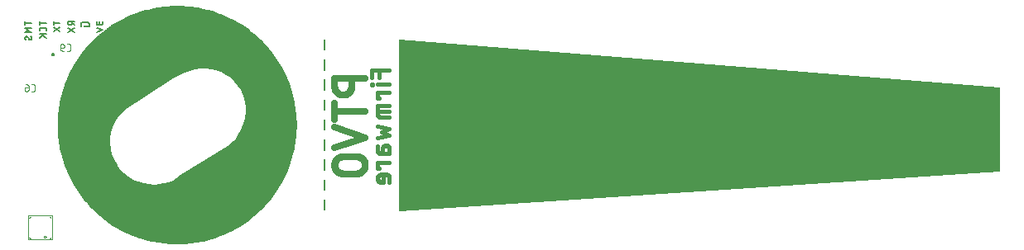
<source format=gbr>
G04 EAGLE Gerber RS-274X export*
G75*
%MOMM*%
%FSLAX34Y34*%
%LPD*%
%INSilkscreen Bottom*%
%IPPOS*%
%AMOC8*
5,1,8,0,0,1.08239X$1,22.5*%
G01*
%ADD10C,0.152400*%
%ADD11C,0.177800*%
%ADD12C,0.685800*%
%ADD13C,0.200000*%
%ADD14C,0.381000*%
%ADD15C,0.127000*%
%ADD16C,0.076200*%
%ADD17C,0.050000*%
%ADD18C,0.020000*%

G36*
X397044Y42387D02*
X397044Y42387D01*
X397050Y42386D01*
X1010050Y82976D01*
X1010165Y83002D01*
X1010280Y83027D01*
X1010285Y83030D01*
X1010290Y83031D01*
X1010390Y83093D01*
X1010491Y83153D01*
X1010495Y83158D01*
X1010499Y83160D01*
X1010574Y83251D01*
X1010651Y83340D01*
X1010653Y83345D01*
X1010656Y83350D01*
X1010699Y83459D01*
X1010743Y83568D01*
X1010744Y83575D01*
X1010745Y83579D01*
X1010746Y83596D01*
X1010761Y83735D01*
X1010761Y169160D01*
X1010743Y169270D01*
X1010728Y169382D01*
X1010723Y169392D01*
X1010722Y169402D01*
X1010669Y169501D01*
X1010619Y169603D01*
X1010611Y169610D01*
X1010606Y169620D01*
X1010525Y169697D01*
X1010445Y169777D01*
X1010436Y169782D01*
X1010428Y169789D01*
X1010326Y169836D01*
X1010225Y169887D01*
X1010213Y169889D01*
X1010205Y169893D01*
X1010180Y169896D01*
X1010061Y169918D01*
X397061Y218834D01*
X397010Y218829D01*
X396961Y218835D01*
X396889Y218819D01*
X396815Y218813D01*
X396769Y218793D01*
X396720Y218783D01*
X396657Y218745D01*
X396590Y218716D01*
X396552Y218682D01*
X396509Y218656D01*
X396461Y218601D01*
X396407Y218551D01*
X396382Y218508D01*
X396349Y218470D01*
X396322Y218401D01*
X396286Y218337D01*
X396276Y218288D01*
X396257Y218241D01*
X396244Y218121D01*
X396239Y218096D01*
X396240Y218087D01*
X396239Y218075D01*
X396239Y43146D01*
X396246Y43102D01*
X396244Y43056D01*
X396266Y42981D01*
X396279Y42903D01*
X396300Y42863D01*
X396312Y42820D01*
X396357Y42755D01*
X396394Y42686D01*
X396426Y42655D01*
X396452Y42618D01*
X396515Y42571D01*
X396572Y42517D01*
X396613Y42497D01*
X396649Y42471D01*
X396724Y42446D01*
X396795Y42413D01*
X396840Y42408D01*
X396883Y42394D01*
X397023Y42388D01*
X397039Y42386D01*
X397044Y42387D01*
G37*
G36*
X169994Y9243D02*
X169994Y9243D01*
X170043Y9240D01*
X182357Y9932D01*
X182383Y9938D01*
X182432Y9940D01*
X194617Y11852D01*
X194643Y11860D01*
X194691Y11867D01*
X206626Y14980D01*
X206650Y14991D01*
X206698Y15003D01*
X218264Y19286D01*
X218288Y19299D01*
X218334Y19316D01*
X229114Y24585D01*
X229136Y24600D01*
X229181Y24622D01*
X239378Y30944D01*
X239399Y30961D01*
X239441Y30987D01*
X248954Y38300D01*
X248972Y38319D01*
X248976Y38321D01*
X248979Y38324D01*
X249012Y38349D01*
X257744Y46578D01*
X257760Y46600D01*
X257797Y46633D01*
X265660Y55696D01*
X265674Y55719D01*
X265707Y55756D01*
X272622Y65561D01*
X272633Y65584D01*
X272661Y65622D01*
X277640Y74331D01*
X277648Y74354D01*
X277671Y74391D01*
X281851Y83510D01*
X281858Y83534D01*
X281877Y83573D01*
X285226Y93029D01*
X285231Y93053D01*
X285246Y93094D01*
X287737Y102811D01*
X287740Y102836D01*
X287752Y102879D01*
X289973Y116625D01*
X289973Y116650D01*
X289981Y116694D01*
X290928Y130587D01*
X290925Y130612D01*
X290929Y130657D01*
X290595Y144577D01*
X290590Y144603D01*
X290589Y144651D01*
X289381Y154515D01*
X289373Y154541D01*
X289367Y154592D01*
X287146Y164278D01*
X287135Y164303D01*
X287124Y164354D01*
X283913Y173757D01*
X283900Y173781D01*
X283884Y173830D01*
X279718Y182852D01*
X279702Y182875D01*
X279681Y182922D01*
X274604Y191464D01*
X274595Y191476D01*
X274583Y191497D01*
X272633Y194422D01*
X272553Y194508D01*
X272474Y194595D01*
X272469Y194598D01*
X272466Y194602D01*
X272363Y194658D01*
X272322Y194681D01*
X272343Y194705D01*
X272364Y194750D01*
X272393Y194791D01*
X272423Y194878D01*
X272461Y194961D01*
X272468Y195011D01*
X272484Y195058D01*
X272489Y195149D01*
X272502Y195240D01*
X272495Y195290D01*
X272498Y195340D01*
X272476Y195429D01*
X272464Y195520D01*
X272444Y195562D01*
X272432Y195614D01*
X272372Y195719D01*
X272334Y195799D01*
X270823Y198068D01*
X270806Y198087D01*
X270795Y198108D01*
X263783Y207601D01*
X263747Y207638D01*
X263722Y207676D01*
X255830Y216452D01*
X255791Y216485D01*
X255763Y216520D01*
X247064Y224497D01*
X247021Y224526D01*
X246990Y224558D01*
X237564Y231661D01*
X237519Y231686D01*
X237485Y231715D01*
X227420Y237880D01*
X227373Y237900D01*
X227336Y237926D01*
X216725Y243094D01*
X216676Y243110D01*
X216637Y243132D01*
X205578Y247256D01*
X205526Y247268D01*
X205484Y247286D01*
X193530Y250436D01*
X193475Y250442D01*
X193429Y250457D01*
X181216Y252366D01*
X181161Y252367D01*
X181114Y252377D01*
X168769Y253027D01*
X168715Y253022D01*
X168667Y253027D01*
X156320Y252411D01*
X156267Y252401D01*
X156219Y252401D01*
X144000Y250525D01*
X143947Y250509D01*
X143900Y250504D01*
X131937Y247388D01*
X131886Y247367D01*
X131840Y247357D01*
X120258Y243033D01*
X120210Y243007D01*
X120165Y242992D01*
X109087Y237506D01*
X109041Y237475D01*
X108997Y237456D01*
X98539Y230866D01*
X98497Y230830D01*
X98455Y230807D01*
X88726Y223181D01*
X88688Y223141D01*
X88649Y223114D01*
X79750Y214532D01*
X79717Y214489D01*
X79681Y214458D01*
X71986Y205358D01*
X71957Y205312D01*
X71925Y205278D01*
X65183Y195450D01*
X65159Y195402D01*
X65130Y195365D01*
X59410Y184909D01*
X59391Y184859D01*
X59366Y184819D01*
X54725Y173841D01*
X54711Y173789D01*
X54691Y173747D01*
X51177Y162359D01*
X51168Y162305D01*
X51152Y162261D01*
X48800Y150578D01*
X48797Y150524D01*
X48785Y150478D01*
X47620Y138617D01*
X47622Y138563D01*
X47615Y138517D01*
X47647Y126599D01*
X47655Y126545D01*
X47652Y126498D01*
X48882Y114644D01*
X48895Y114592D01*
X48897Y114545D01*
X51312Y102874D01*
X51330Y102825D01*
X51337Y102779D01*
X55158Y90510D01*
X55180Y90464D01*
X55190Y90421D01*
X60160Y78570D01*
X60186Y78527D01*
X60201Y78485D01*
X66264Y67178D01*
X66258Y67130D01*
X66241Y67057D01*
X66245Y67008D01*
X66240Y66959D01*
X66256Y66886D01*
X66262Y66812D01*
X66282Y66767D01*
X66293Y66719D01*
X66351Y66609D01*
X66361Y66587D01*
X66366Y66581D01*
X66372Y66570D01*
X72671Y57353D01*
X72686Y57337D01*
X72707Y57304D01*
X79722Y48619D01*
X79739Y48604D01*
X79762Y48573D01*
X87448Y40476D01*
X87467Y40461D01*
X87497Y40429D01*
X95140Y33695D01*
X95162Y33681D01*
X95198Y33649D01*
X103467Y27700D01*
X103491Y27688D01*
X103530Y27659D01*
X112344Y22554D01*
X112369Y22545D01*
X112411Y22520D01*
X121685Y18307D01*
X121710Y18300D01*
X121754Y18280D01*
X133374Y14310D01*
X133400Y14306D01*
X133444Y14290D01*
X145391Y11452D01*
X145417Y11450D01*
X145463Y11438D01*
X157627Y9756D01*
X157653Y9757D01*
X157699Y9749D01*
X169968Y9239D01*
X169994Y9243D01*
G37*
%LPC*%
G36*
X140487Y70447D02*
X140487Y70447D01*
X134932Y71442D01*
X129524Y73057D01*
X124332Y75270D01*
X119422Y78053D01*
X114862Y81369D01*
X112052Y84014D01*
X109644Y87024D01*
X108356Y89202D01*
X108366Y89223D01*
X108387Y89251D01*
X108425Y89351D01*
X108470Y89449D01*
X108475Y89482D01*
X108487Y89514D01*
X108495Y89621D01*
X108511Y89728D01*
X108506Y89761D01*
X108509Y89795D01*
X108487Y89901D01*
X108472Y90007D01*
X108459Y90036D01*
X108452Y90072D01*
X108381Y90204D01*
X108343Y90287D01*
X107542Y91488D01*
X104757Y96342D01*
X102659Y101493D01*
X101269Y106879D01*
X100611Y112402D01*
X100699Y117963D01*
X101529Y123463D01*
X103087Y128803D01*
X105346Y133886D01*
X108264Y138621D01*
X111789Y142924D01*
X115844Y146704D01*
X165028Y178897D01*
X176869Y184817D01*
X182001Y186985D01*
X187338Y188470D01*
X192820Y189261D01*
X198359Y189345D01*
X203863Y188720D01*
X209242Y187398D01*
X214408Y185398D01*
X219276Y182755D01*
X223767Y179512D01*
X227806Y175721D01*
X231360Y171406D01*
X231339Y171360D01*
X231299Y171296D01*
X231287Y171249D01*
X231267Y171204D01*
X231259Y171130D01*
X231241Y171057D01*
X231245Y171009D01*
X231240Y170960D01*
X231256Y170887D01*
X231262Y170812D01*
X231282Y170767D01*
X231292Y170720D01*
X231351Y170609D01*
X231361Y170587D01*
X231366Y170581D01*
X231371Y170571D01*
X233952Y166782D01*
X236040Y162753D01*
X237632Y158502D01*
X238705Y154092D01*
X239243Y149585D01*
X239239Y145047D01*
X238437Y138564D01*
X236837Y132232D01*
X234464Y126147D01*
X231352Y120402D01*
X229140Y117273D01*
X226587Y114413D01*
X223727Y111860D01*
X220578Y109634D01*
X172597Y79646D01*
X172579Y79631D01*
X172545Y79610D01*
X168683Y76733D01*
X164549Y74353D01*
X160163Y72475D01*
X155587Y71127D01*
X150884Y70325D01*
X146117Y70083D01*
X140487Y70447D01*
G37*
%LPD*%
D10*
X35263Y235967D02*
X28659Y235967D01*
X28659Y234133D02*
X28659Y237802D01*
X35263Y229542D02*
X35263Y228075D01*
X35264Y229542D02*
X35262Y229616D01*
X35256Y229691D01*
X35247Y229764D01*
X35234Y229838D01*
X35217Y229910D01*
X35197Y229981D01*
X35173Y230052D01*
X35145Y230121D01*
X35114Y230188D01*
X35080Y230254D01*
X35042Y230319D01*
X35001Y230381D01*
X34957Y230441D01*
X34910Y230498D01*
X34860Y230553D01*
X34807Y230606D01*
X34752Y230656D01*
X34695Y230703D01*
X34635Y230747D01*
X34573Y230788D01*
X34508Y230826D01*
X34442Y230860D01*
X34375Y230891D01*
X34306Y230919D01*
X34235Y230943D01*
X34164Y230963D01*
X34092Y230980D01*
X34018Y230993D01*
X33945Y231002D01*
X33870Y231008D01*
X33796Y231010D01*
X30127Y231010D01*
X30053Y231008D01*
X29978Y231002D01*
X29905Y230993D01*
X29832Y230980D01*
X29759Y230963D01*
X29688Y230943D01*
X29617Y230919D01*
X29548Y230891D01*
X29481Y230860D01*
X29415Y230826D01*
X29350Y230788D01*
X29288Y230747D01*
X29228Y230703D01*
X29171Y230656D01*
X29116Y230606D01*
X29063Y230553D01*
X29013Y230498D01*
X28966Y230441D01*
X28922Y230381D01*
X28881Y230319D01*
X28843Y230254D01*
X28809Y230189D01*
X28778Y230121D01*
X28750Y230052D01*
X28726Y229982D01*
X28706Y229910D01*
X28689Y229838D01*
X28676Y229764D01*
X28667Y229691D01*
X28661Y229616D01*
X28659Y229542D01*
X28659Y228075D01*
X28659Y224453D02*
X35263Y224453D01*
X32695Y224453D02*
X28659Y220784D01*
X31227Y222986D02*
X35263Y220784D01*
X20263Y235967D02*
X13659Y235967D01*
X13659Y234133D02*
X13659Y237802D01*
X13659Y230609D02*
X20263Y230609D01*
X17328Y228408D02*
X13659Y230609D01*
X17328Y228408D02*
X13659Y226207D01*
X20263Y226207D01*
X20264Y220238D02*
X20262Y220164D01*
X20256Y220090D01*
X20247Y220016D01*
X20234Y219943D01*
X20217Y219870D01*
X20197Y219799D01*
X20173Y219728D01*
X20145Y219659D01*
X20114Y219592D01*
X20080Y219526D01*
X20042Y219461D01*
X20001Y219399D01*
X19957Y219339D01*
X19910Y219282D01*
X19860Y219227D01*
X19807Y219174D01*
X19752Y219124D01*
X19695Y219077D01*
X19635Y219033D01*
X19573Y218992D01*
X19508Y218954D01*
X19443Y218920D01*
X19375Y218889D01*
X19306Y218861D01*
X19235Y218837D01*
X19164Y218817D01*
X19092Y218800D01*
X19018Y218787D01*
X18945Y218778D01*
X18870Y218772D01*
X18796Y218770D01*
X20263Y220238D02*
X20261Y220349D01*
X20255Y220460D01*
X20245Y220571D01*
X20231Y220682D01*
X20213Y220791D01*
X20191Y220900D01*
X20166Y221009D01*
X20136Y221116D01*
X20103Y221222D01*
X20065Y221327D01*
X20025Y221430D01*
X19980Y221532D01*
X19932Y221632D01*
X19880Y221731D01*
X19825Y221827D01*
X19766Y221922D01*
X19704Y222014D01*
X19638Y222104D01*
X19570Y222192D01*
X19498Y222277D01*
X19423Y222359D01*
X19346Y222439D01*
X15127Y222257D02*
X15053Y222255D01*
X14978Y222249D01*
X14905Y222240D01*
X14831Y222227D01*
X14759Y222210D01*
X14688Y222190D01*
X14617Y222166D01*
X14548Y222138D01*
X14481Y222107D01*
X14415Y222073D01*
X14350Y222035D01*
X14288Y221994D01*
X14228Y221950D01*
X14171Y221903D01*
X14116Y221853D01*
X14063Y221800D01*
X14013Y221745D01*
X13966Y221688D01*
X13922Y221628D01*
X13881Y221566D01*
X13843Y221501D01*
X13809Y221435D01*
X13778Y221368D01*
X13750Y221299D01*
X13726Y221228D01*
X13706Y221157D01*
X13689Y221085D01*
X13676Y221011D01*
X13667Y220938D01*
X13661Y220863D01*
X13659Y220789D01*
X13661Y220685D01*
X13667Y220581D01*
X13677Y220477D01*
X13690Y220374D01*
X13708Y220271D01*
X13730Y220169D01*
X13755Y220068D01*
X13784Y219968D01*
X13817Y219869D01*
X13854Y219772D01*
X13894Y219676D01*
X13938Y219581D01*
X13986Y219489D01*
X14036Y219398D01*
X14091Y219309D01*
X14149Y219222D01*
X14209Y219138D01*
X16412Y221523D02*
X16373Y221586D01*
X16331Y221646D01*
X16286Y221705D01*
X16238Y221761D01*
X16187Y221814D01*
X16134Y221865D01*
X16079Y221914D01*
X16021Y221959D01*
X15961Y222002D01*
X15899Y222042D01*
X15835Y222078D01*
X15769Y222112D01*
X15701Y222142D01*
X15633Y222169D01*
X15563Y222192D01*
X15492Y222212D01*
X15420Y222228D01*
X15347Y222241D01*
X15274Y222250D01*
X15201Y222255D01*
X15127Y222257D01*
X17511Y219504D02*
X17550Y219441D01*
X17592Y219381D01*
X17637Y219323D01*
X17685Y219266D01*
X17736Y219213D01*
X17789Y219162D01*
X17844Y219113D01*
X17902Y219068D01*
X17962Y219025D01*
X18024Y218985D01*
X18088Y218949D01*
X18154Y218915D01*
X18222Y218885D01*
X18290Y218858D01*
X18360Y218835D01*
X18431Y218815D01*
X18503Y218799D01*
X18576Y218786D01*
X18649Y218777D01*
X18722Y218772D01*
X18796Y218770D01*
X17511Y219505D02*
X16411Y221522D01*
X42659Y235967D02*
X49263Y235967D01*
X42659Y234133D02*
X42659Y237802D01*
X49263Y231341D02*
X42659Y226938D01*
X42659Y231341D02*
X49263Y226938D01*
X57659Y237802D02*
X64263Y237802D01*
X57659Y237802D02*
X57659Y235967D01*
X57660Y235967D02*
X57662Y235882D01*
X57668Y235798D01*
X57678Y235714D01*
X57691Y235630D01*
X57709Y235547D01*
X57730Y235465D01*
X57755Y235384D01*
X57784Y235304D01*
X57816Y235226D01*
X57852Y235150D01*
X57892Y235075D01*
X57935Y235002D01*
X57981Y234931D01*
X58030Y234862D01*
X58083Y234795D01*
X58139Y234731D01*
X58197Y234670D01*
X58258Y234612D01*
X58322Y234556D01*
X58389Y234503D01*
X58458Y234454D01*
X58529Y234408D01*
X58602Y234365D01*
X58677Y234325D01*
X58753Y234289D01*
X58831Y234257D01*
X58911Y234228D01*
X58992Y234203D01*
X59074Y234182D01*
X59157Y234164D01*
X59241Y234151D01*
X59325Y234141D01*
X59409Y234135D01*
X59494Y234133D01*
X59579Y234135D01*
X59663Y234141D01*
X59747Y234151D01*
X59831Y234164D01*
X59914Y234182D01*
X59996Y234203D01*
X60077Y234228D01*
X60157Y234257D01*
X60235Y234289D01*
X60311Y234325D01*
X60386Y234365D01*
X60459Y234408D01*
X60530Y234454D01*
X60599Y234503D01*
X60666Y234556D01*
X60730Y234612D01*
X60791Y234670D01*
X60849Y234731D01*
X60905Y234795D01*
X60958Y234862D01*
X61007Y234931D01*
X61053Y235002D01*
X61096Y235075D01*
X61136Y235150D01*
X61172Y235226D01*
X61204Y235304D01*
X61233Y235384D01*
X61258Y235465D01*
X61279Y235547D01*
X61297Y235630D01*
X61310Y235714D01*
X61320Y235798D01*
X61326Y235882D01*
X61328Y235967D01*
X61328Y237802D01*
X61328Y235600D02*
X64263Y234133D01*
X64263Y230932D02*
X57659Y226529D01*
X57659Y230932D02*
X64263Y226529D01*
X93263Y235967D02*
X93263Y237802D01*
X93263Y235967D02*
X93261Y235882D01*
X93255Y235798D01*
X93245Y235714D01*
X93232Y235630D01*
X93214Y235547D01*
X93193Y235465D01*
X93168Y235384D01*
X93139Y235304D01*
X93107Y235226D01*
X93071Y235150D01*
X93031Y235075D01*
X92988Y235002D01*
X92942Y234931D01*
X92893Y234862D01*
X92840Y234795D01*
X92784Y234731D01*
X92726Y234670D01*
X92665Y234612D01*
X92601Y234556D01*
X92534Y234503D01*
X92465Y234454D01*
X92394Y234408D01*
X92321Y234365D01*
X92246Y234325D01*
X92170Y234289D01*
X92092Y234257D01*
X92012Y234228D01*
X91931Y234203D01*
X91849Y234182D01*
X91766Y234164D01*
X91682Y234151D01*
X91598Y234141D01*
X91514Y234135D01*
X91429Y234133D01*
X91344Y234135D01*
X91260Y234141D01*
X91176Y234151D01*
X91092Y234164D01*
X91009Y234182D01*
X90927Y234203D01*
X90846Y234228D01*
X90766Y234257D01*
X90688Y234289D01*
X90612Y234325D01*
X90537Y234365D01*
X90464Y234408D01*
X90393Y234454D01*
X90324Y234503D01*
X90257Y234556D01*
X90193Y234612D01*
X90132Y234670D01*
X90074Y234731D01*
X90018Y234795D01*
X89965Y234862D01*
X89916Y234931D01*
X89870Y235002D01*
X89827Y235075D01*
X89787Y235150D01*
X89751Y235226D01*
X89719Y235304D01*
X89690Y235384D01*
X89665Y235465D01*
X89644Y235547D01*
X89626Y235630D01*
X89613Y235714D01*
X89603Y235798D01*
X89597Y235882D01*
X89595Y235967D01*
X86659Y235600D02*
X86659Y237802D01*
X86659Y235600D02*
X86661Y235524D01*
X86667Y235449D01*
X86676Y235374D01*
X86690Y235300D01*
X86707Y235226D01*
X86729Y235154D01*
X86753Y235082D01*
X86782Y235012D01*
X86814Y234944D01*
X86849Y234877D01*
X86888Y234812D01*
X86931Y234749D01*
X86976Y234689D01*
X87024Y234631D01*
X87076Y234575D01*
X87130Y234523D01*
X87187Y234473D01*
X87246Y234426D01*
X87307Y234382D01*
X87371Y234341D01*
X87437Y234304D01*
X87505Y234270D01*
X87574Y234240D01*
X87645Y234213D01*
X87717Y234190D01*
X87790Y234171D01*
X87864Y234156D01*
X87939Y234144D01*
X88014Y234136D01*
X88089Y234132D01*
X88165Y234132D01*
X88240Y234136D01*
X88315Y234144D01*
X88390Y234156D01*
X88464Y234171D01*
X88537Y234190D01*
X88609Y234213D01*
X88680Y234240D01*
X88749Y234270D01*
X88817Y234304D01*
X88883Y234341D01*
X88947Y234382D01*
X89008Y234426D01*
X89067Y234473D01*
X89124Y234523D01*
X89178Y234575D01*
X89230Y234631D01*
X89278Y234689D01*
X89323Y234749D01*
X89366Y234812D01*
X89405Y234877D01*
X89440Y234944D01*
X89472Y235012D01*
X89501Y235082D01*
X89525Y235154D01*
X89547Y235226D01*
X89564Y235300D01*
X89578Y235374D01*
X89587Y235449D01*
X89593Y235524D01*
X89595Y235600D01*
X89594Y235600D02*
X89594Y237068D01*
X86659Y230853D02*
X93263Y228652D01*
X86659Y226451D01*
D11*
X74479Y232018D02*
X74479Y233415D01*
X74479Y232018D02*
X79136Y232018D01*
X79136Y234812D01*
X79134Y234896D01*
X79129Y234979D01*
X79119Y235062D01*
X79106Y235145D01*
X79089Y235227D01*
X79069Y235308D01*
X79045Y235388D01*
X79017Y235467D01*
X78986Y235544D01*
X78952Y235620D01*
X78914Y235695D01*
X78872Y235768D01*
X78828Y235838D01*
X78780Y235907D01*
X78730Y235974D01*
X78676Y236038D01*
X78620Y236099D01*
X78560Y236159D01*
X78499Y236215D01*
X78435Y236269D01*
X78368Y236319D01*
X78299Y236367D01*
X78229Y236411D01*
X78156Y236453D01*
X78081Y236491D01*
X78005Y236525D01*
X77928Y236556D01*
X77849Y236584D01*
X77769Y236608D01*
X77688Y236628D01*
X77606Y236645D01*
X77523Y236658D01*
X77440Y236668D01*
X77357Y236673D01*
X77273Y236675D01*
X72617Y236675D01*
X72531Y236673D01*
X72445Y236667D01*
X72360Y236657D01*
X72275Y236643D01*
X72190Y236626D01*
X72107Y236604D01*
X72025Y236578D01*
X71944Y236549D01*
X71865Y236516D01*
X71787Y236480D01*
X71710Y236440D01*
X71636Y236396D01*
X71564Y236349D01*
X71494Y236299D01*
X71427Y236245D01*
X71362Y236189D01*
X71300Y236129D01*
X71240Y236067D01*
X71184Y236002D01*
X71130Y235935D01*
X71080Y235865D01*
X71033Y235793D01*
X70989Y235719D01*
X70949Y235642D01*
X70913Y235565D01*
X70880Y235485D01*
X70851Y235404D01*
X70825Y235322D01*
X70803Y235239D01*
X70786Y235154D01*
X70772Y235069D01*
X70762Y234984D01*
X70756Y234898D01*
X70754Y234812D01*
X70754Y232018D01*
D12*
X330354Y179135D02*
X361596Y179135D01*
X330354Y179135D02*
X330354Y170456D01*
X330357Y170245D01*
X330364Y170033D01*
X330377Y169823D01*
X330395Y169612D01*
X330418Y169402D01*
X330446Y169192D01*
X330480Y168984D01*
X330518Y168776D01*
X330562Y168569D01*
X330610Y168363D01*
X330664Y168159D01*
X330722Y167956D01*
X330785Y167754D01*
X330854Y167554D01*
X330927Y167356D01*
X331005Y167159D01*
X331087Y166965D01*
X331175Y166773D01*
X331267Y166582D01*
X331363Y166394D01*
X331464Y166209D01*
X331570Y166026D01*
X331680Y165845D01*
X331795Y165668D01*
X331913Y165493D01*
X332036Y165321D01*
X332163Y165152D01*
X332295Y164987D01*
X332430Y164824D01*
X332569Y164665D01*
X332712Y164509D01*
X332858Y164357D01*
X333009Y164209D01*
X333163Y164064D01*
X333320Y163923D01*
X333481Y163786D01*
X333645Y163652D01*
X333812Y163523D01*
X333983Y163398D01*
X334156Y163277D01*
X334332Y163161D01*
X334511Y163049D01*
X334693Y162941D01*
X334877Y162837D01*
X335064Y162738D01*
X335253Y162644D01*
X335445Y162554D01*
X335638Y162469D01*
X335833Y162389D01*
X336031Y162313D01*
X336230Y162243D01*
X336431Y162177D01*
X336633Y162116D01*
X336837Y162060D01*
X337042Y162009D01*
X337248Y161963D01*
X337456Y161922D01*
X337664Y161886D01*
X337873Y161856D01*
X338083Y161830D01*
X338293Y161810D01*
X338504Y161794D01*
X338715Y161784D01*
X338926Y161779D01*
X339138Y161779D01*
X339349Y161784D01*
X339560Y161794D01*
X339771Y161810D01*
X339981Y161830D01*
X340191Y161856D01*
X340400Y161886D01*
X340608Y161922D01*
X340816Y161963D01*
X341022Y162009D01*
X341227Y162060D01*
X341431Y162116D01*
X341633Y162177D01*
X341834Y162243D01*
X342033Y162313D01*
X342231Y162389D01*
X342426Y162469D01*
X342619Y162554D01*
X342811Y162644D01*
X343000Y162738D01*
X343187Y162837D01*
X343371Y162941D01*
X343553Y163049D01*
X343732Y163161D01*
X343908Y163277D01*
X344081Y163398D01*
X344252Y163523D01*
X344419Y163652D01*
X344583Y163786D01*
X344744Y163923D01*
X344901Y164064D01*
X345055Y164209D01*
X345206Y164357D01*
X345352Y164509D01*
X345495Y164665D01*
X345634Y164824D01*
X345769Y164987D01*
X345901Y165152D01*
X346028Y165321D01*
X346151Y165493D01*
X346269Y165668D01*
X346384Y165845D01*
X346494Y166026D01*
X346600Y166209D01*
X346701Y166394D01*
X346797Y166582D01*
X346889Y166773D01*
X346977Y166965D01*
X347059Y167159D01*
X347137Y167356D01*
X347210Y167554D01*
X347279Y167754D01*
X347342Y167956D01*
X347400Y168159D01*
X347454Y168363D01*
X347502Y168569D01*
X347546Y168776D01*
X347584Y168984D01*
X347618Y169192D01*
X347646Y169402D01*
X347669Y169612D01*
X347687Y169823D01*
X347700Y170033D01*
X347707Y170245D01*
X347710Y170456D01*
X347711Y170456D02*
X347711Y179135D01*
X361596Y145021D02*
X330354Y145021D01*
X330354Y153699D02*
X330354Y136343D01*
X330354Y128765D02*
X361596Y118351D01*
X330354Y107937D01*
X339032Y98454D02*
X352918Y98454D01*
X339032Y98454D02*
X338821Y98451D01*
X338609Y98444D01*
X338399Y98431D01*
X338188Y98413D01*
X337978Y98390D01*
X337768Y98362D01*
X337560Y98328D01*
X337352Y98290D01*
X337145Y98246D01*
X336939Y98198D01*
X336735Y98144D01*
X336532Y98086D01*
X336330Y98023D01*
X336130Y97954D01*
X335932Y97881D01*
X335735Y97803D01*
X335541Y97721D01*
X335349Y97633D01*
X335158Y97541D01*
X334970Y97445D01*
X334785Y97344D01*
X334602Y97238D01*
X334421Y97128D01*
X334244Y97013D01*
X334069Y96895D01*
X333897Y96772D01*
X333728Y96645D01*
X333563Y96513D01*
X333400Y96378D01*
X333241Y96239D01*
X333085Y96096D01*
X332933Y95950D01*
X332785Y95799D01*
X332640Y95645D01*
X332499Y95488D01*
X332362Y95327D01*
X332228Y95163D01*
X332099Y94996D01*
X331974Y94825D01*
X331853Y94652D01*
X331737Y94476D01*
X331625Y94297D01*
X331517Y94115D01*
X331413Y93931D01*
X331314Y93744D01*
X331220Y93555D01*
X331130Y93363D01*
X331045Y93170D01*
X330965Y92975D01*
X330889Y92777D01*
X330819Y92578D01*
X330753Y92377D01*
X330692Y92175D01*
X330636Y91971D01*
X330585Y91766D01*
X330539Y91560D01*
X330498Y91352D01*
X330462Y91144D01*
X330432Y90935D01*
X330406Y90725D01*
X330386Y90515D01*
X330370Y90304D01*
X330360Y90093D01*
X330355Y89882D01*
X330355Y89670D01*
X330360Y89459D01*
X330370Y89248D01*
X330386Y89037D01*
X330406Y88827D01*
X330432Y88617D01*
X330462Y88408D01*
X330498Y88200D01*
X330539Y87992D01*
X330585Y87786D01*
X330636Y87581D01*
X330692Y87377D01*
X330753Y87175D01*
X330819Y86974D01*
X330889Y86775D01*
X330965Y86577D01*
X331045Y86382D01*
X331130Y86189D01*
X331220Y85997D01*
X331314Y85808D01*
X331413Y85621D01*
X331517Y85437D01*
X331625Y85255D01*
X331737Y85076D01*
X331853Y84900D01*
X331974Y84727D01*
X332099Y84556D01*
X332228Y84389D01*
X332362Y84225D01*
X332499Y84064D01*
X332640Y83907D01*
X332785Y83753D01*
X332933Y83602D01*
X333085Y83456D01*
X333241Y83313D01*
X333400Y83174D01*
X333563Y83039D01*
X333728Y82907D01*
X333897Y82780D01*
X334069Y82657D01*
X334244Y82539D01*
X334421Y82424D01*
X334602Y82314D01*
X334785Y82208D01*
X334970Y82107D01*
X335158Y82011D01*
X335349Y81919D01*
X335541Y81831D01*
X335735Y81749D01*
X335932Y81671D01*
X336130Y81598D01*
X336330Y81529D01*
X336532Y81466D01*
X336735Y81408D01*
X336939Y81354D01*
X337145Y81306D01*
X337352Y81262D01*
X337560Y81224D01*
X337768Y81190D01*
X337978Y81162D01*
X338188Y81139D01*
X338399Y81121D01*
X338609Y81108D01*
X338821Y81101D01*
X339032Y81098D01*
X352918Y81098D01*
X353129Y81101D01*
X353341Y81108D01*
X353551Y81121D01*
X353762Y81139D01*
X353972Y81162D01*
X354182Y81190D01*
X354390Y81224D01*
X354598Y81262D01*
X354805Y81306D01*
X355011Y81354D01*
X355215Y81408D01*
X355418Y81466D01*
X355620Y81529D01*
X355820Y81598D01*
X356018Y81671D01*
X356215Y81749D01*
X356409Y81831D01*
X356601Y81919D01*
X356792Y82011D01*
X356980Y82107D01*
X357165Y82208D01*
X357348Y82314D01*
X357529Y82424D01*
X357706Y82539D01*
X357881Y82657D01*
X358053Y82780D01*
X358222Y82907D01*
X358387Y83039D01*
X358550Y83174D01*
X358709Y83313D01*
X358865Y83456D01*
X359017Y83602D01*
X359165Y83753D01*
X359310Y83907D01*
X359451Y84064D01*
X359588Y84225D01*
X359722Y84389D01*
X359851Y84556D01*
X359976Y84727D01*
X360097Y84900D01*
X360213Y85076D01*
X360325Y85255D01*
X360433Y85437D01*
X360537Y85621D01*
X360636Y85808D01*
X360730Y85997D01*
X360820Y86189D01*
X360905Y86382D01*
X360985Y86577D01*
X361061Y86775D01*
X361131Y86974D01*
X361197Y87175D01*
X361258Y87377D01*
X361314Y87581D01*
X361365Y87786D01*
X361411Y87992D01*
X361452Y88200D01*
X361488Y88408D01*
X361518Y88617D01*
X361544Y88827D01*
X361564Y89037D01*
X361580Y89248D01*
X361590Y89459D01*
X361595Y89670D01*
X361595Y89882D01*
X361590Y90093D01*
X361580Y90304D01*
X361564Y90515D01*
X361544Y90725D01*
X361518Y90935D01*
X361488Y91144D01*
X361452Y91352D01*
X361411Y91560D01*
X361365Y91766D01*
X361314Y91971D01*
X361258Y92175D01*
X361197Y92377D01*
X361131Y92578D01*
X361061Y92777D01*
X360985Y92975D01*
X360905Y93170D01*
X360820Y93363D01*
X360730Y93555D01*
X360636Y93744D01*
X360537Y93931D01*
X360433Y94115D01*
X360325Y94297D01*
X360213Y94476D01*
X360097Y94652D01*
X359976Y94825D01*
X359851Y94996D01*
X359722Y95163D01*
X359588Y95327D01*
X359451Y95488D01*
X359310Y95645D01*
X359165Y95799D01*
X359017Y95950D01*
X358865Y96096D01*
X358709Y96239D01*
X358550Y96378D01*
X358387Y96513D01*
X358222Y96645D01*
X358053Y96772D01*
X357881Y96895D01*
X357706Y97013D01*
X357529Y97128D01*
X357348Y97238D01*
X357165Y97344D01*
X356980Y97445D01*
X356792Y97541D01*
X356601Y97633D01*
X356409Y97721D01*
X356215Y97803D01*
X356018Y97881D01*
X355820Y97954D01*
X355620Y98023D01*
X355418Y98086D01*
X355215Y98144D01*
X355011Y98198D01*
X354805Y98246D01*
X354598Y98290D01*
X354390Y98328D01*
X354182Y98362D01*
X353972Y98390D01*
X353762Y98413D01*
X353551Y98431D01*
X353341Y98444D01*
X353129Y98451D01*
X352918Y98454D01*
D13*
X425000Y196250D02*
X425000Y207000D01*
X425000Y186250D02*
X425000Y175500D01*
X425000Y165500D02*
X425000Y154750D01*
X425000Y144750D02*
X425000Y134000D01*
X425000Y124000D02*
X425000Y113250D01*
X425000Y103250D02*
X425000Y92500D01*
X425000Y82500D02*
X425000Y71750D01*
X425000Y61750D02*
X425000Y51000D01*
X320000Y208444D02*
X320000Y219000D01*
X320000Y198444D02*
X320000Y187889D01*
X320000Y177889D02*
X320000Y167333D01*
X320000Y157333D02*
X320000Y146778D01*
X320000Y136778D02*
X320000Y126222D01*
X320000Y116222D02*
X320000Y105667D01*
X320000Y95667D02*
X320000Y85111D01*
X320000Y75111D02*
X320000Y64556D01*
X320000Y54556D02*
X320000Y44000D01*
D14*
X368086Y187659D02*
X386120Y187659D01*
X368086Y187659D02*
X368086Y179643D01*
X376101Y179643D02*
X376101Y187659D01*
X374097Y172818D02*
X386120Y172818D01*
X369088Y173319D02*
X368086Y173319D01*
X368086Y172317D01*
X369088Y172317D01*
X369088Y173319D01*
X374097Y164315D02*
X386120Y164315D01*
X374097Y164315D02*
X374097Y158304D01*
X376101Y158304D01*
X374097Y151021D02*
X386120Y151021D01*
X374097Y151021D02*
X374097Y142004D01*
X374099Y141897D01*
X374105Y141790D01*
X374114Y141683D01*
X374128Y141576D01*
X374145Y141470D01*
X374166Y141365D01*
X374190Y141261D01*
X374219Y141157D01*
X374251Y141055D01*
X374287Y140954D01*
X374326Y140854D01*
X374369Y140755D01*
X374415Y140658D01*
X374465Y140563D01*
X374518Y140470D01*
X374574Y140379D01*
X374634Y140290D01*
X374697Y140203D01*
X374762Y140118D01*
X374831Y140035D01*
X374903Y139956D01*
X374977Y139878D01*
X375055Y139804D01*
X375134Y139732D01*
X375217Y139663D01*
X375302Y139598D01*
X375389Y139535D01*
X375478Y139475D01*
X375569Y139419D01*
X375662Y139366D01*
X375757Y139316D01*
X375854Y139270D01*
X375953Y139227D01*
X376053Y139188D01*
X376154Y139152D01*
X376256Y139120D01*
X376360Y139091D01*
X376464Y139067D01*
X376569Y139046D01*
X376675Y139029D01*
X376782Y139015D01*
X376889Y139006D01*
X376996Y139000D01*
X377103Y138998D01*
X377103Y138999D02*
X386120Y138999D01*
X386120Y145010D02*
X374097Y145010D01*
X374097Y130011D02*
X386120Y127006D01*
X378105Y124000D01*
X386120Y120994D01*
X374097Y117989D01*
X379107Y106706D02*
X379107Y102197D01*
X379106Y106706D02*
X379108Y106823D01*
X379114Y106940D01*
X379124Y107057D01*
X379137Y107173D01*
X379155Y107289D01*
X379176Y107405D01*
X379202Y107519D01*
X379231Y107633D01*
X379263Y107745D01*
X379300Y107856D01*
X379340Y107966D01*
X379384Y108075D01*
X379432Y108182D01*
X379483Y108288D01*
X379538Y108391D01*
X379596Y108493D01*
X379657Y108593D01*
X379722Y108691D01*
X379790Y108786D01*
X379861Y108879D01*
X379935Y108970D01*
X380012Y109058D01*
X380092Y109144D01*
X380175Y109227D01*
X380261Y109307D01*
X380349Y109384D01*
X380440Y109458D01*
X380533Y109529D01*
X380628Y109597D01*
X380726Y109662D01*
X380826Y109723D01*
X380928Y109781D01*
X381031Y109836D01*
X381137Y109887D01*
X381244Y109935D01*
X381353Y109979D01*
X381463Y110019D01*
X381574Y110056D01*
X381686Y110088D01*
X381800Y110117D01*
X381914Y110143D01*
X382030Y110164D01*
X382146Y110182D01*
X382262Y110195D01*
X382379Y110205D01*
X382496Y110211D01*
X382613Y110213D01*
X382730Y110211D01*
X382847Y110205D01*
X382964Y110195D01*
X383080Y110182D01*
X383196Y110164D01*
X383312Y110143D01*
X383426Y110117D01*
X383540Y110088D01*
X383652Y110056D01*
X383763Y110019D01*
X383873Y109979D01*
X383982Y109935D01*
X384089Y109887D01*
X384195Y109836D01*
X384298Y109781D01*
X384400Y109723D01*
X384500Y109662D01*
X384598Y109597D01*
X384693Y109529D01*
X384786Y109458D01*
X384877Y109384D01*
X384965Y109307D01*
X385051Y109227D01*
X385134Y109144D01*
X385214Y109058D01*
X385291Y108970D01*
X385365Y108879D01*
X385436Y108786D01*
X385504Y108691D01*
X385569Y108593D01*
X385630Y108493D01*
X385688Y108391D01*
X385743Y108288D01*
X385794Y108182D01*
X385842Y108075D01*
X385886Y107966D01*
X385926Y107856D01*
X385963Y107745D01*
X385995Y107633D01*
X386024Y107519D01*
X386050Y107405D01*
X386071Y107289D01*
X386089Y107173D01*
X386102Y107057D01*
X386112Y106940D01*
X386118Y106823D01*
X386120Y106706D01*
X386120Y102197D01*
X377103Y102197D01*
X376996Y102199D01*
X376889Y102205D01*
X376782Y102214D01*
X376675Y102228D01*
X376569Y102245D01*
X376464Y102266D01*
X376360Y102290D01*
X376256Y102319D01*
X376154Y102351D01*
X376053Y102387D01*
X375953Y102426D01*
X375854Y102469D01*
X375757Y102515D01*
X375662Y102565D01*
X375569Y102618D01*
X375478Y102674D01*
X375389Y102734D01*
X375302Y102797D01*
X375217Y102862D01*
X375134Y102931D01*
X375055Y103003D01*
X374977Y103077D01*
X374903Y103155D01*
X374831Y103234D01*
X374762Y103317D01*
X374697Y103402D01*
X374634Y103489D01*
X374574Y103578D01*
X374518Y103669D01*
X374465Y103762D01*
X374415Y103857D01*
X374369Y103954D01*
X374326Y104053D01*
X374287Y104153D01*
X374251Y104254D01*
X374219Y104356D01*
X374190Y104460D01*
X374166Y104564D01*
X374145Y104669D01*
X374128Y104775D01*
X374114Y104882D01*
X374105Y104989D01*
X374099Y105096D01*
X374097Y105203D01*
X374097Y109211D01*
X374097Y92633D02*
X386120Y92633D01*
X374097Y92633D02*
X374097Y86622D01*
X376101Y86622D01*
X386120Y77420D02*
X386120Y72411D01*
X386120Y77420D02*
X386118Y77527D01*
X386112Y77634D01*
X386103Y77741D01*
X386089Y77848D01*
X386072Y77954D01*
X386051Y78059D01*
X386027Y78163D01*
X385998Y78267D01*
X385966Y78369D01*
X385930Y78470D01*
X385891Y78570D01*
X385848Y78669D01*
X385802Y78766D01*
X385752Y78861D01*
X385699Y78954D01*
X385643Y79045D01*
X385583Y79134D01*
X385520Y79221D01*
X385455Y79306D01*
X385386Y79389D01*
X385314Y79468D01*
X385240Y79546D01*
X385162Y79620D01*
X385083Y79692D01*
X385000Y79761D01*
X384915Y79826D01*
X384828Y79889D01*
X384739Y79949D01*
X384648Y80005D01*
X384555Y80058D01*
X384460Y80108D01*
X384363Y80154D01*
X384264Y80197D01*
X384164Y80236D01*
X384063Y80272D01*
X383961Y80304D01*
X383857Y80333D01*
X383753Y80357D01*
X383648Y80378D01*
X383542Y80395D01*
X383435Y80409D01*
X383328Y80418D01*
X383221Y80424D01*
X383114Y80426D01*
X378105Y80426D01*
X377979Y80424D01*
X377853Y80418D01*
X377728Y80408D01*
X377603Y80394D01*
X377478Y80377D01*
X377354Y80355D01*
X377231Y80329D01*
X377108Y80300D01*
X376987Y80267D01*
X376866Y80230D01*
X376747Y80189D01*
X376630Y80145D01*
X376513Y80096D01*
X376398Y80045D01*
X376285Y79989D01*
X376174Y79930D01*
X376065Y79868D01*
X375957Y79802D01*
X375852Y79733D01*
X375749Y79661D01*
X375648Y79585D01*
X375550Y79506D01*
X375454Y79424D01*
X375361Y79340D01*
X375271Y79252D01*
X375183Y79162D01*
X375099Y79069D01*
X375017Y78973D01*
X374938Y78875D01*
X374862Y78774D01*
X374790Y78671D01*
X374721Y78566D01*
X374655Y78458D01*
X374593Y78349D01*
X374534Y78238D01*
X374478Y78125D01*
X374427Y78010D01*
X374378Y77893D01*
X374334Y77776D01*
X374293Y77657D01*
X374256Y77536D01*
X374223Y77415D01*
X374194Y77292D01*
X374168Y77169D01*
X374146Y77045D01*
X374129Y76920D01*
X374115Y76795D01*
X374105Y76670D01*
X374099Y76544D01*
X374097Y76418D01*
X374099Y76292D01*
X374105Y76166D01*
X374115Y76041D01*
X374129Y75916D01*
X374146Y75791D01*
X374168Y75667D01*
X374194Y75544D01*
X374223Y75421D01*
X374256Y75300D01*
X374293Y75179D01*
X374334Y75060D01*
X374378Y74943D01*
X374427Y74826D01*
X374478Y74711D01*
X374534Y74598D01*
X374593Y74487D01*
X374655Y74378D01*
X374721Y74270D01*
X374790Y74165D01*
X374862Y74062D01*
X374938Y73961D01*
X375017Y73863D01*
X375099Y73767D01*
X375183Y73674D01*
X375271Y73584D01*
X375361Y73496D01*
X375454Y73412D01*
X375550Y73330D01*
X375648Y73251D01*
X375749Y73175D01*
X375852Y73103D01*
X375957Y73034D01*
X376065Y72968D01*
X376174Y72906D01*
X376285Y72847D01*
X376398Y72791D01*
X376513Y72740D01*
X376630Y72691D01*
X376747Y72647D01*
X376866Y72606D01*
X376987Y72569D01*
X377108Y72536D01*
X377231Y72507D01*
X377354Y72481D01*
X377478Y72459D01*
X377603Y72442D01*
X377728Y72428D01*
X377853Y72418D01*
X377979Y72412D01*
X378105Y72410D01*
X378105Y72411D02*
X380109Y72411D01*
X380109Y80426D01*
D15*
X47837Y131068D02*
X47874Y134048D01*
X47983Y137026D01*
X48166Y140000D01*
X48422Y142969D01*
X48750Y145931D01*
X49151Y148883D01*
X49625Y151826D01*
X50170Y154755D01*
X50787Y157670D01*
X51476Y160570D01*
X52235Y163451D01*
X53065Y166313D01*
X53965Y169154D01*
X54934Y171972D01*
X55973Y174765D01*
X57079Y177532D01*
X58253Y180271D01*
X59494Y182980D01*
X60801Y185658D01*
X62174Y188303D01*
X63611Y190914D01*
X65111Y193488D01*
X66674Y196025D01*
X68299Y198523D01*
X69985Y200980D01*
X71731Y203395D01*
X73535Y205767D01*
X75397Y208093D01*
X77316Y210374D01*
X79290Y212606D01*
X81318Y214789D01*
X83399Y216922D01*
X85532Y219003D01*
X87715Y221031D01*
X89947Y223005D01*
X92228Y224924D01*
X94554Y226786D01*
X96926Y228590D01*
X99341Y230336D01*
X101798Y232022D01*
X104296Y233647D01*
X106833Y235210D01*
X109407Y236710D01*
X112018Y238147D01*
X114663Y239520D01*
X117341Y240827D01*
X120050Y242068D01*
X122789Y243242D01*
X125556Y244348D01*
X128349Y245387D01*
X131167Y246356D01*
X134008Y247256D01*
X136870Y248086D01*
X139751Y248845D01*
X142651Y249534D01*
X145566Y250151D01*
X148495Y250696D01*
X151438Y251170D01*
X154390Y251571D01*
X157352Y251899D01*
X160321Y252155D01*
X163295Y252338D01*
X166273Y252447D01*
X169253Y252484D01*
X172233Y252447D01*
X175211Y252338D01*
X178185Y252155D01*
X181154Y251899D01*
X184116Y251571D01*
X187068Y251170D01*
X190011Y250696D01*
X192940Y250151D01*
X195855Y249534D01*
X198755Y248845D01*
X201636Y248086D01*
X204498Y247256D01*
X207339Y246356D01*
X210157Y245387D01*
X212950Y244348D01*
X215717Y243242D01*
X218456Y242068D01*
X221165Y240827D01*
X223843Y239520D01*
X226488Y238147D01*
X229099Y236710D01*
X231673Y235210D01*
X234210Y233647D01*
X236708Y232022D01*
X239165Y230336D01*
X241580Y228590D01*
X243952Y226786D01*
X246278Y224924D01*
X248559Y223005D01*
X250791Y221031D01*
X252974Y219003D01*
X255107Y216922D01*
X257188Y214789D01*
X259216Y212606D01*
X261190Y210374D01*
X263109Y208093D01*
X264971Y205767D01*
X266775Y203395D01*
X268521Y200980D01*
X270207Y198523D01*
X271832Y196025D01*
X273395Y193488D01*
X274895Y190914D01*
X276332Y188303D01*
X277705Y185658D01*
X279012Y182980D01*
X280253Y180271D01*
X281427Y177532D01*
X282533Y174765D01*
X283572Y171972D01*
X284541Y169154D01*
X285441Y166313D01*
X286271Y163451D01*
X287030Y160570D01*
X287719Y157670D01*
X288336Y154755D01*
X288881Y151826D01*
X289355Y148883D01*
X289756Y145931D01*
X290084Y142969D01*
X290340Y140000D01*
X290523Y137026D01*
X290632Y134048D01*
X290669Y131068D01*
X290632Y128088D01*
X290523Y125110D01*
X290340Y122136D01*
X290084Y119167D01*
X289756Y116205D01*
X289355Y113253D01*
X288881Y110310D01*
X288336Y107381D01*
X287719Y104466D01*
X287030Y101566D01*
X286271Y98685D01*
X285441Y95823D01*
X284541Y92982D01*
X283572Y90164D01*
X282533Y87371D01*
X281427Y84604D01*
X280253Y81865D01*
X279012Y79156D01*
X277705Y76478D01*
X276332Y73833D01*
X274895Y71222D01*
X273395Y68648D01*
X271832Y66111D01*
X270207Y63613D01*
X268521Y61156D01*
X266775Y58741D01*
X264971Y56369D01*
X263109Y54043D01*
X261190Y51762D01*
X259216Y49530D01*
X257188Y47347D01*
X255107Y45214D01*
X252974Y43133D01*
X250791Y41105D01*
X248559Y39131D01*
X246278Y37212D01*
X243952Y35350D01*
X241580Y33546D01*
X239165Y31800D01*
X236708Y30114D01*
X234210Y28489D01*
X231673Y26926D01*
X229099Y25426D01*
X226488Y23989D01*
X223843Y22616D01*
X221165Y21309D01*
X218456Y20068D01*
X215717Y18894D01*
X212950Y17788D01*
X210157Y16749D01*
X207339Y15780D01*
X204498Y14880D01*
X201636Y14050D01*
X198755Y13291D01*
X195855Y12602D01*
X192940Y11985D01*
X190011Y11440D01*
X187068Y10966D01*
X184116Y10565D01*
X181154Y10237D01*
X178185Y9981D01*
X175211Y9798D01*
X172233Y9689D01*
X169253Y9652D01*
X166273Y9689D01*
X163295Y9798D01*
X160321Y9981D01*
X157352Y10237D01*
X154390Y10565D01*
X151438Y10966D01*
X148495Y11440D01*
X145566Y11985D01*
X142651Y12602D01*
X139751Y13291D01*
X136870Y14050D01*
X134008Y14880D01*
X131167Y15780D01*
X128349Y16749D01*
X125556Y17788D01*
X122789Y18894D01*
X120050Y20068D01*
X117341Y21309D01*
X114663Y22616D01*
X112018Y23989D01*
X109407Y25426D01*
X106833Y26926D01*
X104296Y28489D01*
X101798Y30114D01*
X99341Y31800D01*
X96926Y33546D01*
X94554Y35350D01*
X92228Y37212D01*
X89947Y39131D01*
X87715Y41105D01*
X85532Y43133D01*
X83399Y45214D01*
X81318Y47347D01*
X79290Y49530D01*
X77316Y51762D01*
X75397Y54043D01*
X73535Y56369D01*
X71731Y58741D01*
X69985Y61156D01*
X68299Y63613D01*
X66674Y66111D01*
X65111Y68648D01*
X63611Y71222D01*
X62174Y73833D01*
X60801Y76478D01*
X59494Y79156D01*
X58253Y81865D01*
X57079Y84604D01*
X55973Y87371D01*
X54934Y90164D01*
X53965Y92982D01*
X53065Y95823D01*
X52235Y98685D01*
X51476Y101566D01*
X50787Y104466D01*
X50170Y107381D01*
X49625Y110310D01*
X49151Y113253D01*
X48750Y116205D01*
X48422Y119167D01*
X48166Y122136D01*
X47983Y125110D01*
X47874Y128088D01*
X47837Y131068D01*
D13*
X42000Y202460D02*
X42062Y202462D01*
X42123Y202468D01*
X42184Y202477D01*
X42244Y202490D01*
X42303Y202507D01*
X42361Y202528D01*
X42418Y202552D01*
X42473Y202579D01*
X42526Y202610D01*
X42578Y202644D01*
X42627Y202681D01*
X42674Y202721D01*
X42718Y202764D01*
X42759Y202809D01*
X42798Y202857D01*
X42834Y202908D01*
X42866Y202960D01*
X42895Y203014D01*
X42921Y203070D01*
X42943Y203128D01*
X42962Y203186D01*
X42977Y203246D01*
X42988Y203307D01*
X42996Y203368D01*
X43000Y203429D01*
X43000Y203491D01*
X42996Y203552D01*
X42988Y203613D01*
X42977Y203674D01*
X42962Y203734D01*
X42943Y203792D01*
X42921Y203850D01*
X42895Y203906D01*
X42866Y203960D01*
X42834Y204012D01*
X42798Y204063D01*
X42759Y204111D01*
X42718Y204156D01*
X42674Y204199D01*
X42627Y204239D01*
X42578Y204276D01*
X42526Y204310D01*
X42473Y204341D01*
X42418Y204368D01*
X42361Y204392D01*
X42303Y204413D01*
X42244Y204430D01*
X42184Y204443D01*
X42123Y204452D01*
X42062Y204458D01*
X42000Y204460D01*
X41938Y204458D01*
X41877Y204452D01*
X41816Y204443D01*
X41756Y204430D01*
X41697Y204413D01*
X41639Y204392D01*
X41582Y204368D01*
X41527Y204341D01*
X41474Y204310D01*
X41422Y204276D01*
X41373Y204239D01*
X41326Y204199D01*
X41282Y204156D01*
X41241Y204111D01*
X41202Y204063D01*
X41166Y204012D01*
X41134Y203960D01*
X41105Y203906D01*
X41079Y203850D01*
X41057Y203792D01*
X41038Y203734D01*
X41023Y203674D01*
X41012Y203613D01*
X41004Y203552D01*
X41000Y203491D01*
X41000Y203429D01*
X41004Y203368D01*
X41012Y203307D01*
X41023Y203246D01*
X41038Y203186D01*
X41057Y203128D01*
X41079Y203070D01*
X41105Y203014D01*
X41134Y202960D01*
X41166Y202908D01*
X41202Y202857D01*
X41241Y202809D01*
X41282Y202764D01*
X41326Y202721D01*
X41373Y202681D01*
X41422Y202644D01*
X41474Y202610D01*
X41527Y202579D01*
X41582Y202552D01*
X41639Y202528D01*
X41697Y202507D01*
X41756Y202490D01*
X41816Y202477D01*
X41877Y202468D01*
X41938Y202462D01*
X42000Y202460D01*
D16*
X56429Y206903D02*
X58065Y206903D01*
X58143Y206905D01*
X58221Y206910D01*
X58298Y206920D01*
X58375Y206933D01*
X58451Y206949D01*
X58526Y206969D01*
X58600Y206993D01*
X58673Y207020D01*
X58745Y207051D01*
X58815Y207085D01*
X58884Y207122D01*
X58950Y207163D01*
X59015Y207207D01*
X59077Y207253D01*
X59137Y207303D01*
X59195Y207355D01*
X59250Y207410D01*
X59302Y207468D01*
X59352Y207528D01*
X59398Y207590D01*
X59442Y207655D01*
X59483Y207722D01*
X59520Y207790D01*
X59554Y207860D01*
X59585Y207932D01*
X59612Y208005D01*
X59636Y208079D01*
X59656Y208154D01*
X59672Y208230D01*
X59685Y208307D01*
X59695Y208384D01*
X59700Y208462D01*
X59702Y208540D01*
X59702Y212632D01*
X59700Y212710D01*
X59695Y212788D01*
X59685Y212865D01*
X59672Y212942D01*
X59656Y213018D01*
X59636Y213093D01*
X59612Y213167D01*
X59585Y213240D01*
X59554Y213312D01*
X59520Y213382D01*
X59483Y213451D01*
X59442Y213517D01*
X59398Y213582D01*
X59352Y213644D01*
X59302Y213704D01*
X59250Y213762D01*
X59195Y213817D01*
X59137Y213869D01*
X59077Y213919D01*
X59015Y213965D01*
X58950Y214009D01*
X58884Y214050D01*
X58815Y214087D01*
X58745Y214121D01*
X58673Y214152D01*
X58600Y214179D01*
X58526Y214203D01*
X58451Y214223D01*
X58375Y214239D01*
X58298Y214252D01*
X58221Y214262D01*
X58143Y214267D01*
X58065Y214269D01*
X56429Y214269D01*
X51946Y210177D02*
X49491Y210177D01*
X51946Y210177D02*
X52024Y210179D01*
X52102Y210184D01*
X52179Y210194D01*
X52256Y210207D01*
X52332Y210223D01*
X52407Y210243D01*
X52481Y210267D01*
X52554Y210294D01*
X52626Y210325D01*
X52696Y210359D01*
X52765Y210396D01*
X52831Y210437D01*
X52896Y210481D01*
X52958Y210527D01*
X53018Y210577D01*
X53076Y210629D01*
X53131Y210684D01*
X53183Y210742D01*
X53233Y210802D01*
X53279Y210864D01*
X53323Y210929D01*
X53364Y210996D01*
X53401Y211064D01*
X53435Y211134D01*
X53466Y211206D01*
X53493Y211279D01*
X53517Y211353D01*
X53537Y211428D01*
X53553Y211504D01*
X53566Y211581D01*
X53576Y211658D01*
X53581Y211736D01*
X53583Y211814D01*
X53583Y212223D01*
X53581Y212312D01*
X53575Y212401D01*
X53565Y212490D01*
X53552Y212578D01*
X53535Y212666D01*
X53513Y212753D01*
X53488Y212838D01*
X53460Y212923D01*
X53427Y213006D01*
X53391Y213088D01*
X53352Y213168D01*
X53309Y213246D01*
X53263Y213322D01*
X53213Y213397D01*
X53160Y213469D01*
X53104Y213538D01*
X53045Y213605D01*
X52984Y213670D01*
X52919Y213731D01*
X52852Y213790D01*
X52783Y213846D01*
X52711Y213899D01*
X52636Y213949D01*
X52560Y213995D01*
X52482Y214038D01*
X52402Y214077D01*
X52320Y214113D01*
X52237Y214146D01*
X52152Y214174D01*
X52067Y214199D01*
X51980Y214221D01*
X51892Y214238D01*
X51804Y214251D01*
X51715Y214261D01*
X51626Y214267D01*
X51537Y214269D01*
X51448Y214267D01*
X51359Y214261D01*
X51270Y214251D01*
X51182Y214238D01*
X51094Y214221D01*
X51007Y214199D01*
X50922Y214174D01*
X50837Y214146D01*
X50754Y214113D01*
X50672Y214077D01*
X50592Y214038D01*
X50514Y213995D01*
X50438Y213949D01*
X50363Y213899D01*
X50291Y213846D01*
X50222Y213790D01*
X50155Y213731D01*
X50090Y213670D01*
X50029Y213605D01*
X49970Y213538D01*
X49914Y213469D01*
X49861Y213397D01*
X49811Y213322D01*
X49765Y213246D01*
X49722Y213168D01*
X49683Y213088D01*
X49647Y213006D01*
X49614Y212923D01*
X49586Y212838D01*
X49561Y212753D01*
X49539Y212666D01*
X49522Y212578D01*
X49509Y212490D01*
X49499Y212401D01*
X49493Y212312D01*
X49491Y212223D01*
X49491Y210177D01*
X49493Y210065D01*
X49499Y209954D01*
X49508Y209842D01*
X49521Y209731D01*
X49539Y209621D01*
X49559Y209511D01*
X49584Y209402D01*
X49612Y209294D01*
X49644Y209187D01*
X49680Y209081D01*
X49719Y208976D01*
X49762Y208873D01*
X49808Y208771D01*
X49858Y208671D01*
X49911Y208572D01*
X49968Y208476D01*
X50027Y208381D01*
X50090Y208289D01*
X50156Y208199D01*
X50225Y208111D01*
X50297Y208025D01*
X50372Y207942D01*
X50450Y207862D01*
X50530Y207784D01*
X50613Y207709D01*
X50699Y207637D01*
X50787Y207568D01*
X50877Y207502D01*
X50969Y207439D01*
X51064Y207380D01*
X51160Y207323D01*
X51259Y207270D01*
X51359Y207220D01*
X51461Y207174D01*
X51564Y207131D01*
X51669Y207092D01*
X51775Y207056D01*
X51882Y207024D01*
X51990Y206996D01*
X52099Y206971D01*
X52209Y206951D01*
X52319Y206933D01*
X52430Y206920D01*
X52542Y206911D01*
X52653Y206905D01*
X52765Y206903D01*
X21872Y165731D02*
X20235Y165731D01*
X21872Y165731D02*
X21950Y165733D01*
X22028Y165738D01*
X22105Y165748D01*
X22182Y165761D01*
X22258Y165777D01*
X22333Y165797D01*
X22407Y165821D01*
X22480Y165848D01*
X22552Y165879D01*
X22622Y165913D01*
X22691Y165950D01*
X22757Y165991D01*
X22822Y166035D01*
X22884Y166081D01*
X22944Y166131D01*
X23002Y166183D01*
X23057Y166238D01*
X23109Y166296D01*
X23159Y166356D01*
X23205Y166418D01*
X23249Y166483D01*
X23290Y166550D01*
X23327Y166618D01*
X23361Y166688D01*
X23392Y166760D01*
X23419Y166833D01*
X23443Y166907D01*
X23463Y166982D01*
X23479Y167058D01*
X23492Y167135D01*
X23502Y167212D01*
X23507Y167290D01*
X23509Y167368D01*
X23509Y171460D01*
X23507Y171538D01*
X23502Y171616D01*
X23492Y171693D01*
X23479Y171770D01*
X23463Y171846D01*
X23443Y171921D01*
X23419Y171995D01*
X23392Y172068D01*
X23361Y172140D01*
X23327Y172210D01*
X23290Y172279D01*
X23249Y172345D01*
X23205Y172410D01*
X23159Y172472D01*
X23109Y172532D01*
X23057Y172590D01*
X23002Y172645D01*
X22944Y172697D01*
X22884Y172747D01*
X22822Y172793D01*
X22757Y172837D01*
X22691Y172878D01*
X22622Y172915D01*
X22552Y172949D01*
X22480Y172980D01*
X22407Y173007D01*
X22333Y173031D01*
X22258Y173051D01*
X22182Y173067D01*
X22105Y173080D01*
X22028Y173090D01*
X21950Y173095D01*
X21872Y173097D01*
X20235Y173097D01*
X17390Y169823D02*
X14935Y169823D01*
X14855Y169821D01*
X14775Y169815D01*
X14695Y169805D01*
X14616Y169792D01*
X14537Y169774D01*
X14460Y169753D01*
X14384Y169727D01*
X14309Y169698D01*
X14235Y169666D01*
X14163Y169630D01*
X14093Y169590D01*
X14026Y169547D01*
X13960Y169501D01*
X13897Y169451D01*
X13836Y169399D01*
X13777Y169344D01*
X13722Y169285D01*
X13670Y169225D01*
X13620Y169161D01*
X13574Y169095D01*
X13531Y169028D01*
X13491Y168958D01*
X13455Y168886D01*
X13423Y168812D01*
X13394Y168738D01*
X13368Y168661D01*
X13347Y168584D01*
X13329Y168505D01*
X13316Y168426D01*
X13306Y168346D01*
X13300Y168266D01*
X13298Y168186D01*
X13298Y167777D01*
X13300Y167688D01*
X13306Y167599D01*
X13316Y167510D01*
X13329Y167422D01*
X13346Y167334D01*
X13368Y167247D01*
X13393Y167162D01*
X13421Y167077D01*
X13454Y166994D01*
X13490Y166912D01*
X13529Y166832D01*
X13572Y166754D01*
X13618Y166678D01*
X13668Y166603D01*
X13721Y166531D01*
X13777Y166462D01*
X13836Y166395D01*
X13897Y166330D01*
X13962Y166269D01*
X14029Y166210D01*
X14098Y166154D01*
X14170Y166101D01*
X14245Y166051D01*
X14321Y166005D01*
X14399Y165962D01*
X14479Y165923D01*
X14561Y165887D01*
X14644Y165854D01*
X14729Y165826D01*
X14814Y165801D01*
X14901Y165779D01*
X14989Y165762D01*
X15077Y165749D01*
X15166Y165739D01*
X15255Y165733D01*
X15344Y165731D01*
X15433Y165733D01*
X15522Y165739D01*
X15611Y165749D01*
X15699Y165762D01*
X15787Y165779D01*
X15874Y165801D01*
X15959Y165826D01*
X16044Y165854D01*
X16127Y165887D01*
X16209Y165923D01*
X16289Y165962D01*
X16367Y166005D01*
X16443Y166051D01*
X16518Y166101D01*
X16590Y166154D01*
X16659Y166210D01*
X16726Y166269D01*
X16791Y166330D01*
X16852Y166395D01*
X16911Y166462D01*
X16967Y166531D01*
X17020Y166603D01*
X17070Y166678D01*
X17116Y166754D01*
X17159Y166832D01*
X17198Y166912D01*
X17234Y166994D01*
X17267Y167077D01*
X17295Y167162D01*
X17320Y167247D01*
X17342Y167334D01*
X17359Y167422D01*
X17372Y167510D01*
X17382Y167599D01*
X17388Y167688D01*
X17390Y167777D01*
X17390Y169823D01*
X17388Y169935D01*
X17382Y170046D01*
X17373Y170158D01*
X17360Y170269D01*
X17342Y170379D01*
X17322Y170489D01*
X17297Y170598D01*
X17269Y170706D01*
X17237Y170813D01*
X17201Y170919D01*
X17162Y171024D01*
X17119Y171127D01*
X17073Y171229D01*
X17023Y171329D01*
X16970Y171428D01*
X16913Y171524D01*
X16854Y171619D01*
X16791Y171711D01*
X16725Y171801D01*
X16656Y171889D01*
X16584Y171975D01*
X16509Y172058D01*
X16431Y172138D01*
X16351Y172216D01*
X16268Y172291D01*
X16182Y172363D01*
X16094Y172432D01*
X16004Y172498D01*
X15912Y172561D01*
X15817Y172620D01*
X15721Y172677D01*
X15622Y172730D01*
X15522Y172780D01*
X15420Y172826D01*
X15317Y172869D01*
X15212Y172908D01*
X15106Y172944D01*
X14999Y172976D01*
X14891Y173004D01*
X14782Y173029D01*
X14672Y173049D01*
X14562Y173067D01*
X14451Y173080D01*
X14339Y173089D01*
X14228Y173095D01*
X14116Y173097D01*
D17*
X18000Y38500D02*
X17924Y38498D01*
X17848Y38492D01*
X17773Y38483D01*
X17698Y38469D01*
X17624Y38452D01*
X17551Y38431D01*
X17479Y38407D01*
X17408Y38378D01*
X17339Y38347D01*
X17272Y38312D01*
X17207Y38273D01*
X17143Y38231D01*
X17082Y38186D01*
X17023Y38138D01*
X16967Y38087D01*
X16913Y38033D01*
X16862Y37977D01*
X16814Y37918D01*
X16769Y37857D01*
X16727Y37793D01*
X16688Y37728D01*
X16653Y37661D01*
X16622Y37592D01*
X16593Y37521D01*
X16569Y37449D01*
X16548Y37376D01*
X16531Y37302D01*
X16517Y37227D01*
X16508Y37152D01*
X16502Y37076D01*
X16500Y37000D01*
X16500Y15500D01*
X16500Y15000D01*
X16502Y14924D01*
X16508Y14848D01*
X16517Y14773D01*
X16531Y14698D01*
X16548Y14624D01*
X16569Y14551D01*
X16593Y14479D01*
X16622Y14408D01*
X16653Y14339D01*
X16688Y14272D01*
X16727Y14207D01*
X16769Y14143D01*
X16814Y14082D01*
X16862Y14023D01*
X16913Y13967D01*
X16967Y13913D01*
X17023Y13862D01*
X17082Y13814D01*
X17143Y13769D01*
X17207Y13727D01*
X17272Y13688D01*
X17339Y13653D01*
X17408Y13622D01*
X17479Y13593D01*
X17551Y13569D01*
X17624Y13548D01*
X17698Y13531D01*
X17773Y13517D01*
X17848Y13508D01*
X17924Y13502D01*
X18000Y13500D01*
X39500Y13500D01*
X40000Y13500D01*
X40076Y13502D01*
X40152Y13508D01*
X40227Y13517D01*
X40302Y13531D01*
X40376Y13548D01*
X40449Y13569D01*
X40521Y13593D01*
X40592Y13622D01*
X40661Y13653D01*
X40728Y13688D01*
X40793Y13727D01*
X40857Y13769D01*
X40918Y13814D01*
X40977Y13862D01*
X41033Y13913D01*
X41087Y13967D01*
X41138Y14023D01*
X41186Y14082D01*
X41231Y14143D01*
X41273Y14207D01*
X41312Y14272D01*
X41347Y14339D01*
X41378Y14408D01*
X41407Y14479D01*
X41431Y14551D01*
X41452Y14624D01*
X41469Y14698D01*
X41483Y14773D01*
X41492Y14848D01*
X41498Y14924D01*
X41500Y15000D01*
X41500Y36500D01*
X41500Y37000D01*
X41498Y37076D01*
X41492Y37152D01*
X41483Y37227D01*
X41469Y37302D01*
X41452Y37376D01*
X41431Y37449D01*
X41407Y37521D01*
X41378Y37592D01*
X41347Y37661D01*
X41312Y37728D01*
X41273Y37793D01*
X41231Y37857D01*
X41186Y37918D01*
X41138Y37977D01*
X41087Y38033D01*
X41033Y38087D01*
X40977Y38138D01*
X40918Y38186D01*
X40857Y38231D01*
X40793Y38273D01*
X40728Y38312D01*
X40661Y38347D01*
X40592Y38378D01*
X40521Y38407D01*
X40449Y38431D01*
X40376Y38452D01*
X40302Y38469D01*
X40227Y38483D01*
X40152Y38492D01*
X40076Y38498D01*
X40000Y38500D01*
X18000Y38500D01*
D18*
X19000Y37000D02*
X18940Y36998D01*
X18879Y36993D01*
X18820Y36984D01*
X18761Y36971D01*
X18702Y36955D01*
X18645Y36935D01*
X18590Y36912D01*
X18535Y36885D01*
X18483Y36856D01*
X18432Y36823D01*
X18383Y36787D01*
X18337Y36749D01*
X18293Y36707D01*
X18251Y36663D01*
X18213Y36617D01*
X18177Y36568D01*
X18144Y36517D01*
X18115Y36465D01*
X18088Y36410D01*
X18065Y36355D01*
X18045Y36298D01*
X18029Y36239D01*
X18016Y36180D01*
X18007Y36121D01*
X18002Y36060D01*
X18000Y36000D01*
X39000Y37000D02*
X39060Y36998D01*
X39121Y36993D01*
X39180Y36984D01*
X39239Y36971D01*
X39298Y36955D01*
X39355Y36935D01*
X39410Y36912D01*
X39465Y36885D01*
X39517Y36856D01*
X39568Y36823D01*
X39617Y36787D01*
X39663Y36749D01*
X39707Y36707D01*
X39749Y36663D01*
X39787Y36617D01*
X39823Y36568D01*
X39856Y36517D01*
X39885Y36465D01*
X39912Y36410D01*
X39935Y36355D01*
X39955Y36298D01*
X39971Y36239D01*
X39984Y36180D01*
X39993Y36121D01*
X39998Y36060D01*
X40000Y36000D01*
X40000Y16000D02*
X39998Y15940D01*
X39993Y15879D01*
X39984Y15820D01*
X39971Y15761D01*
X39955Y15702D01*
X39935Y15645D01*
X39912Y15590D01*
X39885Y15535D01*
X39856Y15483D01*
X39823Y15432D01*
X39787Y15383D01*
X39749Y15337D01*
X39707Y15293D01*
X39663Y15251D01*
X39617Y15213D01*
X39568Y15177D01*
X39517Y15144D01*
X39465Y15115D01*
X39410Y15088D01*
X39355Y15065D01*
X39298Y15045D01*
X39239Y15029D01*
X39180Y15016D01*
X39121Y15007D01*
X39060Y15002D01*
X39000Y15000D01*
X19000Y15000D02*
X18940Y15002D01*
X18879Y15007D01*
X18820Y15016D01*
X18761Y15029D01*
X18702Y15045D01*
X18645Y15065D01*
X18590Y15088D01*
X18535Y15115D01*
X18483Y15144D01*
X18432Y15177D01*
X18383Y15213D01*
X18337Y15251D01*
X18293Y15293D01*
X18251Y15337D01*
X18213Y15383D01*
X18177Y15432D01*
X18144Y15483D01*
X18115Y15535D01*
X18088Y15590D01*
X18065Y15645D01*
X18045Y15702D01*
X18029Y15761D01*
X18016Y15820D01*
X18007Y15879D01*
X18002Y15940D01*
X18000Y16000D01*
D17*
X33000Y16500D02*
X33002Y16563D01*
X33008Y16625D01*
X33018Y16687D01*
X33031Y16749D01*
X33049Y16809D01*
X33070Y16868D01*
X33095Y16926D01*
X33124Y16982D01*
X33156Y17036D01*
X33191Y17088D01*
X33229Y17137D01*
X33271Y17185D01*
X33315Y17229D01*
X33363Y17271D01*
X33412Y17309D01*
X33464Y17344D01*
X33518Y17376D01*
X33574Y17405D01*
X33632Y17430D01*
X33691Y17451D01*
X33751Y17469D01*
X33813Y17482D01*
X33875Y17492D01*
X33937Y17498D01*
X34000Y17500D01*
X34063Y17498D01*
X34125Y17492D01*
X34187Y17482D01*
X34249Y17469D01*
X34309Y17451D01*
X34368Y17430D01*
X34426Y17405D01*
X34482Y17376D01*
X34536Y17344D01*
X34588Y17309D01*
X34637Y17271D01*
X34685Y17229D01*
X34729Y17185D01*
X34771Y17137D01*
X34809Y17088D01*
X34844Y17036D01*
X34876Y16982D01*
X34905Y16926D01*
X34930Y16868D01*
X34951Y16809D01*
X34969Y16749D01*
X34982Y16687D01*
X34992Y16625D01*
X34998Y16563D01*
X35000Y16500D01*
X34998Y16437D01*
X34992Y16375D01*
X34982Y16313D01*
X34969Y16251D01*
X34951Y16191D01*
X34930Y16132D01*
X34905Y16074D01*
X34876Y16018D01*
X34844Y15964D01*
X34809Y15912D01*
X34771Y15863D01*
X34729Y15815D01*
X34685Y15771D01*
X34637Y15729D01*
X34588Y15691D01*
X34536Y15656D01*
X34482Y15624D01*
X34426Y15595D01*
X34368Y15570D01*
X34309Y15549D01*
X34249Y15531D01*
X34187Y15518D01*
X34125Y15508D01*
X34063Y15502D01*
X34000Y15500D01*
X33937Y15502D01*
X33875Y15508D01*
X33813Y15518D01*
X33751Y15531D01*
X33691Y15549D01*
X33632Y15570D01*
X33574Y15595D01*
X33518Y15624D01*
X33464Y15656D01*
X33412Y15691D01*
X33363Y15729D01*
X33315Y15771D01*
X33271Y15815D01*
X33229Y15863D01*
X33191Y15912D01*
X33156Y15964D01*
X33124Y16018D01*
X33095Y16074D01*
X33070Y16132D01*
X33049Y16191D01*
X33031Y16251D01*
X33018Y16313D01*
X33008Y16375D01*
X33002Y16437D01*
X33000Y16500D01*
M02*

</source>
